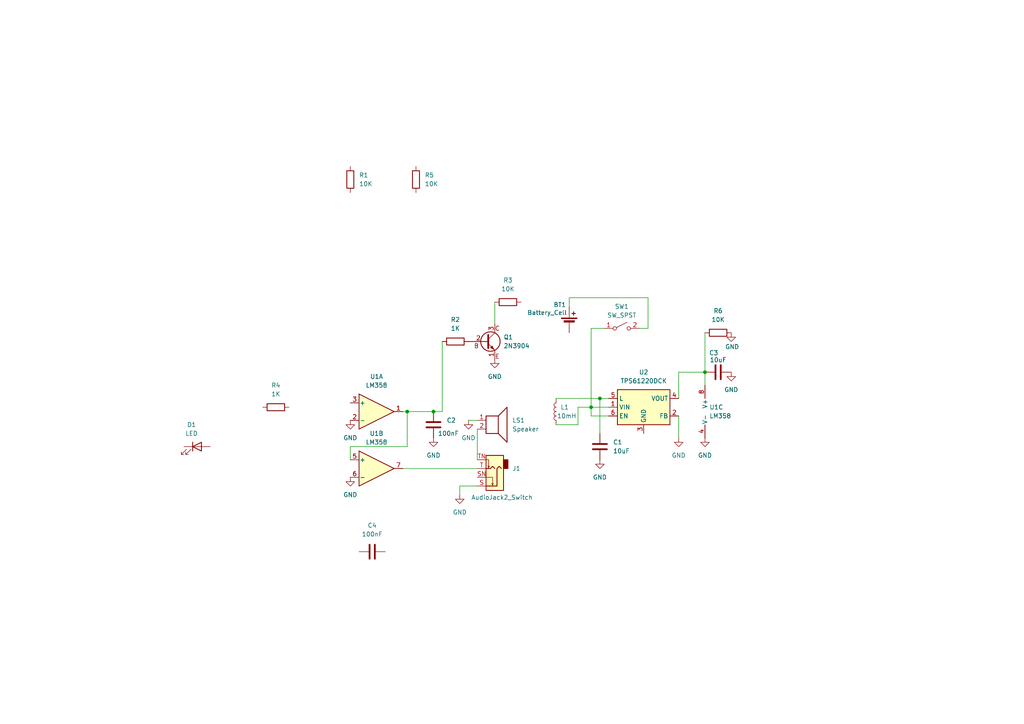
<source format=kicad_sch>
(kicad_sch (version 20231120) (generator "eeschema") (generator_version "8.0")
  (paper "A4")
  (lib_symbols
    (symbol "Amplifier_Operational:LM358" (pin_names (offset 0.127))
      (property "Reference" "U" (at 0 5.08 0))
      (property "Value" "LM358" (at 0 -5.08 0))
      (symbol "LM358_1_1"
        (polyline (pts (xy -5.08 5.08) (xy 5.08 0) (xy -5.08 -5.08) (xy -5.08 5.08)) (stroke (width 0.254)) (fill (type background)))
        (pin output line (at 7.62 0 180) (length 2.54) (name "~") (number "1"))
        (pin input line (at -7.62 -2.54 0) (length 2.54) (name "-") (number "2"))
        (pin input line (at -7.62 2.54 0) (length 2.54) (name "+") (number "3"))
      )
      (symbol "LM358_2_1"
        (polyline (pts (xy -5.08 5.08) (xy 5.08 0) (xy -5.08 -5.08) (xy -5.08 5.08)) (stroke (width 0.254)) (fill (type background)))
        (pin input line (at -7.62 2.54 0) (length 2.54) (name "+") (number "5"))
        (pin input line (at -7.62 -2.54 0) (length 2.54) (name "-") (number "6"))
        (pin output line (at 7.62 0 180) (length 2.54) (name "~") (number "7"))
      )
      (symbol "LM358_3_1"
        (pin power_in line (at -2.54 -7.62 90) (length 3.81) (name "V-") (number "4"))
        (pin power_in line (at -2.54 7.62 270) (length 3.81) (name "V+") (number "8"))
      )
    )
    (symbol "Connector_Audio:AudioJack2_Switch"
      (property "Reference" "J" (at 0 11.43 0))
      (property "Value" "AudioJack2_Switch" (at 0 8.89 0))
      (symbol "AudioJack2_Switch_0_1"
        (rectangle (start -2.54 0) (end -3.81 -2.54) (stroke (width 0.254)) (fill (type outline)))
        (rectangle (start 2.54 6.35) (end -2.54 -3.81) (stroke (width 0.254)) (fill (type background)))
      )
      (symbol "AudioJack2_Switch_1_1"
        (polyline (pts (xy 0.635 4.826) (xy 0.889 4.318)))
        (polyline (pts (xy 1.778 -0.254) (xy 2.032 -0.762)))
        (polyline (pts (xy 0 0) (xy 0.635 -0.635) (xy 1.27 0) (xy 2.54 0)) (stroke (width 0.254)))
        (polyline (pts (xy 2.54 -2.54) (xy 1.778 -2.54) (xy 1.778 -0.254) (xy 1.524 -0.762)))
        (polyline (pts (xy 2.54 2.54) (xy 0.635 2.54) (xy 0.635 4.826) (xy 0.381 4.318)))
        (polyline (pts (xy 2.54 5.08) (xy -0.635 5.08) (xy -0.635 0) (xy -1.27 -0.635) (xy -1.905 0)) (stroke (width 0.254)))
        (pin passive line (at 5.08 5.08 180) (length 2.54) (name "~") (number "S"))
        (pin passive line (at 5.08 2.54 180) (length 2.54) (name "~") (number "SN"))
        (pin passive line (at 5.08 0 180) (length 2.54) (name "~") (number "T"))
        (pin passive line (at 5.08 -2.54 180) (length 2.54) (name "~") (number "TN"))
      )
    )
    (symbol "Device:Battery_Cell" (pin_numbers hide) (pin_names (offset 0) hide)
      (property "Reference" "BT" (at 2.54 2.54 0))
      (property "Value" "Battery_Cell" (at 2.54 0 0))
      (symbol "Battery_Cell_0_1"
        (rectangle (start -2.286 1.778) (end 2.286 1.524) (fill (type outline)))
        (rectangle (start -1.524 1.016) (end 1.524 0.508) (fill (type outline)))
        (polyline (pts (xy 0 0.762) (xy 0 0)))
        (polyline (pts (xy 0 1.778) (xy 0 2.54)))
        (polyline (pts (xy 0.762 3.048) (xy 1.778 3.048)) (stroke (width 0.254)))
        (polyline (pts (xy 1.27 3.556) (xy 1.27 2.54)) (stroke (width 0.254)))
      )
      (symbol "Battery_Cell_1_1"
        (pin passive line (at 0 5.08 270) (length 2.54) (name "+") (number "1"))
        (pin passive line (at 0 -2.54 90) (length 2.54) (name "-") (number "2"))
      )
    )
    (symbol "Device:C" (pin_numbers hide) (pin_names (offset 0.254))
      (property "Reference" "C" (at 0.635 2.54 0))
      (property "Value" "C" (at 0.635 -2.54 0))
      (symbol "C_0_1"
        (polyline (pts (xy -2.032 -0.762) (xy 2.032 -0.762)) (stroke (width 0.508)))
        (polyline (pts (xy -2.032 0.762) (xy 2.032 0.762)) (stroke (width 0.508)))
      )
      (symbol "C_1_1"
        (pin passive line (at 0 3.81 270) (length 2.794) (name "~") (number "1"))
        (pin passive line (at 0 -3.81 90) (length 2.794) (name "~") (number "2"))
      )
    )
    (symbol "Device:L" (pin_numbers hide) (pin_names (offset 1.016) hide)
      (property "Reference" "L" (at -1.27 0 90))
      (property "Value" "L" (at 1.905 0 90))
      (symbol "L_0_1"
        (arc (start 0 -2.54) (mid 0.6323 -1.905) (end 0 -1.27))
        (arc (start 0 -1.27) (mid 0.6323 -0.635) (end 0 0))
        (arc (start 0 0) (mid 0.6323 0.635) (end 0 1.27))
        (arc (start 0 1.27) (mid 0.6323 1.905) (end 0 2.54))
      )
      (symbol "L_1_1"
        (pin passive line (at 0 3.81 270) (length 1.27) (name "1") (number "1"))
        (pin passive line (at 0 -3.81 90) (length 1.27) (name "2") (number "2"))
      )
    )
    (symbol "Device:LED" (pin_numbers hide) (pin_names (offset 1.016) hide)
      (property "Reference" "D" (at 0 2.54 0))
      (property "Value" "LED" (at 0 -2.54 0))
      (symbol "LED_0_1"
        (polyline (pts (xy -1.27 -1.27) (xy -1.27 1.27)) (stroke (width 0.254)))
        (polyline (pts (xy -1.27 0) (xy 1.27 0)))
        (polyline (pts (xy 1.27 -1.27) (xy 1.27 1.27) (xy -1.27 0) (xy 1.27 -1.27)) (stroke (width 0.254)))
        (polyline (pts (xy -3.048 -0.762) (xy -4.572 -2.286) (xy -3.81 -2.286) (xy -4.572 -2.286) (xy -4.572 -1.524)))
        (polyline (pts (xy -1.778 -0.762) (xy -3.302 -2.286) (xy -2.54 -2.286) (xy -3.302 -2.286) (xy -3.302 -1.524)))
      )
      (symbol "LED_1_1"
        (pin passive line (at -3.81 0 0) (length 2.54) (name "K") (number "1"))
        (pin passive line (at 3.81 0 180) (length 2.54) (name "A") (number "2"))
      )
    )
    (symbol "Device:R" (pin_numbers hide) (pin_names (offset 0))
      (property "Reference" "R" (at 2.032 0 90))
      (property "Value" "R" (at 0 0 90))
      (symbol "R_0_1"
        (rectangle (start -1.016 -2.54) (end 1.016 2.54) (stroke (width 0.254)))
      )
      (symbol "R_1_1"
        (pin passive line (at 0 3.81 270) (length 1.27) (name "~") (number "1"))
        (pin passive line (at 0 -3.81 90) (length 1.27) (name "~") (number "2"))
      )
    )
    (symbol "Device:Speaker" (pin_names (offset 0) hide)
      (property "Reference" "LS" (at 1.27 5.715 0))
      (property "Value" "Speaker" (at 1.27 3.81 0))
      (symbol "Speaker_0_0"
        (rectangle (start -2.54 1.27) (end 1.016 -3.81) (stroke (width 0.254)))
        (polyline (pts (xy 1.016 1.27) (xy 3.556 3.81) (xy 3.556 -6.35) (xy 1.016 -3.81)) (stroke (width 0.254)))
      )
      (symbol "Speaker_1_1"
        (pin input line (at -5.08 0 0) (length 2.54) (name "1") (number "1"))
        (pin input line (at -5.08 -2.54 0) (length 2.54) (name "2") (number "2"))
      )
    )
    (symbol "Regulator_Switching:TPS61220DCK"
      (property "Reference" "U" (at -7.62 6.35 0))
      (property "Value" "TPS61220DCK" (at 2.54 6.35 0))
      (symbol "TPS61220DCK_0_1"
        (rectangle (start -7.62 5.08) (end 7.62 -5.08) (stroke (width 0.254)) (fill (type background)))
      )
      (symbol "TPS61220DCK_1_1"
        (pin power_in line (at -10.16 0 0) (length 2.54) (name "VIN") (number "1"))
        (pin input line (at 10.16 -2.54 180) (length 2.54) (name "FB") (number "2"))
        (pin power_in line (at 0 -7.62 90) (length 2.54) (name "GND") (number "3"))
        (pin power_out line (at 10.16 2.54 180) (length 2.54) (name "VOUT") (number "4"))
        (pin power_in line (at -10.16 2.54 0) (length 2.54) (name "L") (number "5"))
        (pin input line (at -10.16 -2.54 0) (length 2.54) (name "EN") (number "6"))
      )
    )
    (symbol "Switch:SW_SPST" (pin_names (offset 0) hide)
      (property "Reference" "SW" (at 0 3.175 0))
      (property "Value" "SW_SPST" (at 0 -2.54 0))
      (symbol "SW_SPST_0_0"
        (circle (center -2.032 0) (radius 0.508))
        (polyline (pts (xy -1.524 0.254) (xy 1.524 1.778)))
        (circle (center 2.032 0) (radius 0.508))
      )
      (symbol "SW_SPST_1_1"
        (pin passive line (at -5.08 0 0) (length 2.54) (name "A") (number "1"))
        (pin passive line (at 5.08 0 180) (length 2.54) (name "B") (number "2"))
      )
    )
    (symbol "Transistor_BJT:2N3904" (pin_names (offset 0) hide)
      (property "Reference" "Q1" (at 5.08 1.2701 0))
      (property "Value" "2N3904" (at 5.08 -1.2699 0))
      (symbol "2N3904_0_1"
        (polyline (pts (xy 0.635 0.635) (xy 2.54 2.54)))
        (polyline (pts (xy 0.635 -0.635) (xy 2.54 -2.54) (xy 2.54 -2.54)))
        (polyline (pts (xy 0.635 1.905) (xy 0.635 -1.905) (xy 0.635 -1.905)) (stroke (width 0.508)))
        (polyline (pts (xy 1.27 -1.778) (xy 1.778 -1.27) (xy 2.286 -2.286) (xy 1.27 -1.778) (xy 1.27 -1.778)) (fill (type outline)))
        (circle (center 1.27 0) (radius 2.8194) (stroke (width 0.254)))
      )
      (symbol "2N3904_1_1"
        (text "B" (at -2.794 -1.27 0) (effects (font (size 1.27 1.27))))
        (text "C" (at 3.302 3.81 0) (effects (font (size 1.27 1.27))))
        (text "E" (at 3.302 -4.318 0) (effects (font (size 1.27 1.27))))
        (pin passive line (at 2.54 -5.08 90) (length 2.54) (name "E") (number "1"))
        (pin passive line (at -5.08 0 0) (length 5.715) (name "B") (number "2"))
        (pin passive line (at 2.54 5.08 270) (length 2.54) (name "C") (number "3"))
      )
    )
    (symbol "power:GND" (power) (pin_numbers hide) (pin_names (offset 0) hide)
      (property "Value" "GND" (at 0 -3.81 0))
      (symbol "GND_0_1"
        (polyline (pts (xy 0 0) (xy 0 -1.27) (xy 1.27 -1.27) (xy 0 -2.54) (xy -1.27 -1.27) (xy 0 -1.27)))
      )
      (symbol "GND_1_1"
        (pin power_in line (at 0 0 270) (length 0) (name "~") (number "1"))
      )
    )
  )
  (junction (at 125.73 119.38))
  (junction (at 171.45 118.11))
  (junction (at 204.47 107.95))
  (junction (at 118.11 119.38))
  (junction (at 173.99 115.57))
  (wire (pts (xy 176.53 115.57) (xy 173.99 115.57)))
  (wire (pts (xy 118.11 129.54) (xy 101.6 129.54)))
  (wire (pts (xy 116.84 135.89) (xy 138.43 135.89)))
  (wire (pts (xy 173.99 115.57) (xy 173.99 125.73)))
  (wire (pts (xy 204.47 96.52) (xy 204.47 107.95)))
  (wire (pts (xy 187.96 86.36) (xy 187.96 95.25)))
  (wire (pts (xy 128.27 119.38) (xy 128.27 99.06)))
  (wire (pts (xy 116.84 119.38) (xy 118.11 119.38)))
  (wire (pts (xy 176.53 118.11) (xy 171.45 118.11)))
  (wire (pts (xy 101.6 129.54) (xy 101.6 133.35)))
  (wire (pts (xy 138.43 140.97) (xy 133.35 140.97)))
  (wire (pts (xy 196.85 107.95) (xy 204.47 107.95)))
  (wire (pts (xy 196.85 115.57) (xy 196.85 107.95)))
  (wire (pts (xy 125.73 119.38) (xy 128.27 119.38)))
  (wire (pts (xy 165.1 86.36) (xy 187.96 86.36)))
  (wire (pts (xy 204.47 107.95) (xy 204.47 111.76)))
  (wire (pts (xy 171.45 118.11) (xy 167.64 118.11)))
  (wire (pts (xy 165.1 88.9) (xy 165.1 86.36)))
  (wire (pts (xy 176.53 120.65) (xy 171.45 120.65)))
  (wire (pts (xy 118.11 119.38) (xy 118.11 129.54)))
  (wire (pts (xy 161.29 115.57) (xy 173.99 115.57)))
  (wire (pts (xy 135.89 121.92) (xy 138.43 121.92)))
  (wire (pts (xy 171.45 118.11) (xy 171.45 120.65)))
  (wire (pts (xy 167.64 118.11) (xy 167.64 123.19)))
  (wire (pts (xy 138.43 124.46) (xy 138.43 133.35)))
  (wire (pts (xy 133.35 140.97) (xy 133.35 143.51)))
  (wire (pts (xy 171.45 118.11) (xy 171.45 95.25)))
  (wire (pts (xy 167.64 123.19) (xy 161.29 123.19)))
  (wire (pts (xy 171.45 95.25) (xy 175.26 95.25)))
  (wire (pts (xy 118.11 119.38) (xy 125.73 119.38)))
  (wire (pts (xy 143.51 87.63) (xy 143.51 93.98)))
  (wire (pts (xy 185.42 95.25) (xy 187.96 95.25)))
  (wire (pts (xy 196.85 120.65) (xy 196.85 127)))
  (symbol (lib_id "power:GND") (at 204.47 127 0) (unit 1)
    (property "Reference" "#PWR01" (effects (hide yes)))
    (property "Value" "GND" (at 204.47 132.08 0))
    (property "Description" "Power symbol creates a global label with name \"GND\" , ground" (effects (hide yes)))
  )
  (symbol (lib_id "power:GND") (at 101.6 121.92 0) (unit 1)
    (property "Reference" "#PWR02" (effects (hide yes)))
    (property "Value" "GND" (at 101.6 127 0))
    (property "Description" "Power symbol creates a global label with name \"GND\" , ground" (effects (hide yes)))
  )
  (symbol (lib_id "Device:R") (at 80.01 118.11 90) (unit 1)
    (property "Reference" "R4" (at 80.01 111.76 90))
    (property "Value" "1K" (at 80.01 114.3 90))
    (property "Description" "Resistor" (effects (hide yes)))
  )
  (symbol (lib_id "Device:LED") (at 57.15 129.54 0) (unit 1)
    (property "Reference" "D1" (at 55.5625 123.19 0))
    (property "Value" "LED" (at 55.5625 125.73 0))
    (property "Description" "Light emitting diode" (effects (hide yes)))
  )
  (symbol (lib_id "power:GND") (at 101.6 138.43 0) (unit 1)
    (property "Reference" "#PWR03" (effects (hide yes)))
    (property "Value" "GND" (at 101.6 143.51 0))
    (property "Description" "Power symbol creates a global label with name \"GND\" , ground" (effects (hide yes)))
  )
  (symbol (lib_id "power:GND") (at 196.85 127 0) (unit 1)
    (property "Reference" "#PWR05" (effects (hide yes)))
    (property "Value" "GND" (at 196.85 132.08 0))
    (property "Description" "Power symbol creates a global label with name \"GND\" , ground" (effects (hide yes)))
  )
  (symbol (lib_id "Device:C") (at 107.95 160.02 90) (unit 1)
    (property "Reference" "C4" (at 107.95 152.4 90))
    (property "Value" "100nF" (at 107.95 154.94 90))
    (property "Description" "Unpolarized capacitor" (effects (hide yes)))
  )
  (symbol (lib_id "power:GND") (at 133.35 143.51 0) (unit 1)
    (property "Reference" "#PWR011" (effects (hide yes)))
    (property "Value" "GND" (at 133.35 148.59 0))
    (property "Description" "Power symbol creates a global label with name \"GND\" , ground" (effects (hide yes)))
  )
  (symbol (lib_id "power:GND") (at 135.89 121.92 0) (unit 1)
    (property "Reference" "#PWR04" (effects (hide yes)))
    (property "Value" "GND" (at 135.89 127 0))
    (property "Description" "Power symbol creates a global label with name \"GND\" , ground" (effects (hide yes)))
  )
  (symbol (lib_id "Device:R") (at 101.6 52.07 0) (unit 1)
    (property "Reference" "R1" (at 104.14 50.7999 0) (effects (justify left)))
    (property "Value" "10K" (at 104.14 53.3399 0) (effects (justify left)))
    (property "Description" "Resistor" (effects (hide yes)))
  )
  (symbol (lib_id "power:GND") (at 212.09 107.95 0) (unit 1)
    (property "Reference" "#PWR08" (effects (hide yes)))
    (property "Value" "GND" (at 212.09 113.03 0))
    (property "Description" "Power symbol creates a global label with name \"GND\" , ground" (effects (hide yes)))
  )
  (symbol (lib_id "power:GND") (at 173.99 133.35 0) (unit 1)
    (property "Reference" "#PWR09" (effects (hide yes)))
    (property "Value" "GND" (at 173.99 138.43 0))
    (property "Description" "Power symbol creates a global label with name \"GND\" , ground" (effects (hide yes)))
  )
  (symbol (lib_id "Device:C") (at 125.73 123.19 180) (unit 1)
    (property "Reference" "C2" (at 129.54 121.9199 0) (effects (justify right)))
    (property "Value" "100nF" (at 127 125.73 0) (effects (justify right)))
    (property "Description" "Unpolarized capacitor" (effects (hide yes)))
  )
  (symbol (lib_id "Switch:SW_SPST") (at 180.34 95.25 0) (unit 1)
    (property "Reference" "SW1" (at 180.34 88.9 0))
    (property "Value" "SW_SPST" (at 180.34 91.44 0))
    (property "Description" "Single Pole Single Throw (SPST) switch" (effects (hide yes)))
  )
  (symbol (lib_id "Amplifier_Operational:LM358") (at 109.22 119.38 0) (unit 1)
    (property "Reference" "U1" (at 109.22 109.22 0))
    (property "Value" "LM358" (at 109.22 111.76 0))
    (property "Datasheet" "http://www.ti.com/lit/ds/symlink/lm2904-n.pdf" (effects (hide yes)))
    (property "Description" "Low-Power, Dual Operational Amplifiers, DIP-8/SOIC-8/TO-99-8" (effects (hide yes)))
  )
  (symbol (lib_id "Device:Speaker") (at 143.51 121.92 0) (unit 1)
    (property "Reference" "LS1" (at 148.59 121.9199 0) (effects (justify left)))
    (property "Value" "Speaker" (at 148.59 124.4599 0) (effects (justify left)))
    (property "Description" "Speaker" (effects (hide yes)))
  )
  (symbol (lib_id "Amplifier_Operational:LM358") (at 207.01 119.38 0) (unit 3)
    (property "Reference" "U1" (at 205.74 118.1099 0) (effects (justify left)))
    (property "Value" "LM358" (at 205.74 120.6499 0) (effects (justify left)))
    (property "Datasheet" "http://www.ti.com/lit/ds/symlink/lm2904-n.pdf" (effects (hide yes)))
    (property "Description" "Low-Power, Dual Operational Amplifiers, DIP-8/SOIC-8/TO-99-8" (effects (hide yes)))
  )
  (symbol (lib_id "power:GND") (at 125.73 127 0) (unit 1)
    (property "Reference" "#PWR07" (effects (hide yes)))
    (property "Value" "GND" (at 125.73 132.08 0))
    (property "Description" "Power symbol creates a global label with name \"GND\" , ground" (effects (hide yes)))
  )
  (symbol (lib_id "Device:Battery_Cell") (at 165.1 93.98 0) (unit 1)
    (property "Reference" "BT1" (at 160.528 88.392 0) (effects (justify left)))
    (property "Value" "Battery_Cell" (at 152.908 90.678 0) (effects (justify left)))
    (property "Description" "Single-cell battery" (effects (hide yes)))
  )
  (symbol (lib_id "Device:R") (at 208.28 96.52 90) (unit 1)
    (property "Reference" "R6" (at 208.28 90.17 90))
    (property "Value" "10K" (at 208.28 92.71 90))
    (property "Description" "Resistor" (effects (hide yes)))
  )
  (symbol (lib_id "power:GND") (at 143.51 104.14 0) (unit 1)
    (property "Reference" "#PWR06" (effects (hide yes)))
    (property "Value" "GND" (at 143.51 109.22 0))
    (property "Description" "Power symbol creates a global label with name \"GND\" , ground" (effects (hide yes)))
  )
  (symbol (lib_id "Amplifier_Operational:LM358") (at 109.22 135.89 0) (unit 2)
    (property "Reference" "U1" (at 109.22 125.73 0))
    (property "Value" "LM358" (at 109.22 128.27 0))
    (property "Datasheet" "http://www.ti.com/lit/ds/symlink/lm2904-n.pdf" (effects (hide yes)))
    (property "Description" "Low-Power, Dual Operational Amplifiers, DIP-8/SOIC-8/TO-99-8" (effects (hide yes)))
  )
  (symbol (lib_id "Device:C") (at 173.99 129.54 180) (unit 1)
    (property "Reference" "C1" (at 177.8 128.2699 0) (effects (justify right)))
    (property "Value" "10uF" (at 177.8 130.8099 0) (effects (justify right)))
    (property "Description" "Unpolarized capacitor" (effects (hide yes)))
  )
  (symbol (lib_id "power:GND") (at 212.09 96.52 0) (unit 1)
    (property "Reference" "#PWR010" (effects (hide yes)))
    (property "Value" "GND" (at 212.344 100.584 0))
    (property "Description" "Power symbol creates a global label with name \"GND\" , ground" (effects (hide yes)))
  )
  (symbol (lib_id "Device:R") (at 147.32 87.63 270) (unit 1)
    (property "Reference" "R3" (at 147.32 81.28 90))
    (property "Value" "10K" (at 147.32 83.82 90))
    (property "Description" "Resistor" (effects (hide yes)))
  )
  (symbol (lib_id "Transistor_BJT:2N3904") (at 140.97 99.06 0) (unit 1)
    (property "Reference" "Q1" (at 146.05 97.7899 0) (effects (justify left)))
    (property "Value" "2N3904" (at 146.05 100.3299 0) (effects (justify left)))
    (property "Footprint" "Package_TO_SOT_THT:TO-92_Inline" (effects (hide yes)))
    (property "Datasheet" "https://www.onsemi.com/pub/Collateral/2N3903-D.PDF" (effects (hide yes)))
    (property "Description" "0.2A Ic, 40V Vce, Small Signal NPN Transistor, TO-92" (effects (hide yes)))
  )
  (symbol (lib_id "Connector_Audio:AudioJack2_Switch") (at 143.51 135.89 180) (unit 1)
    (property "Reference" "J1" (at 148.59 135.8899 0) (effects (justify right)))
    (property "Value" "AudioJack2_Switch" (at 136.652 144.272 0) (effects (justify right)))
    (property "Description" "Audio Jack, 2 Poles (Mono / TS), Switched Pole (Normalling)" (effects (hide yes)))
  )
  (symbol (lib_id "Device:R") (at 120.65 52.07 0) (unit 1)
    (property "Reference" "R5" (at 123.19 50.7999 0) (effects (justify left)))
    (property "Value" "10K" (at 123.19 53.3399 0) (effects (justify left)))
    (property "Description" "Resistor" (effects (hide yes)))
  )
  (symbol (lib_id "Device:L") (at 161.29 119.38 180) (unit 1)
    (property "Reference" "L1" (at 162.56 118.1099 0) (effects (justify right)))
    (property "Value" "10mH" (at 161.544 120.65 0) (effects (justify right)))
    (property "Description" "Inductor" (effects (hide yes)))
  )
  (symbol (lib_id "Device:C") (at 208.28 107.95 90) (unit 1)
    (property "Reference" "C3" (at 207.01 102.362 90))
    (property "Value" "10uF" (at 208.28 104.394 90))
    (property "Description" "Unpolarized capacitor" (effects (hide yes)))
  )
  (symbol (lib_id "Regulator_Switching:TPS61220DCK") (at 186.69 118.11 0) (unit 1)
    (property "Reference" "U2" (at 186.69 107.95 0))
    (property "Value" "TPS61220DCK" (at 186.69 110.49 0))
    (property "Footprint" "Package_TO_SOT_SMD:Texas_R-PDSO-G6" (effects (hide yes)))
    (property "Datasheet" "http://www.ti.com/lit/ds/symlink/tps61220.pdf" (effects (hide yes)))
    (property "Description" "400 mA Step-Up Converter, Adjustable Output Voltage, 0.7-5.5V Input Voltage, SC-70" (effects (hide yes)))
  )
  (symbol (lib_id "Device:R") (at 132.08 99.06 90) (unit 1)
    (property "Reference" "R2" (at 132.08 92.71 90))
    (property "Value" "1K" (at 132.08 95.25 90))
    (property "Description" "Resistor" (effects (hide yes)))
  )
)
</source>
